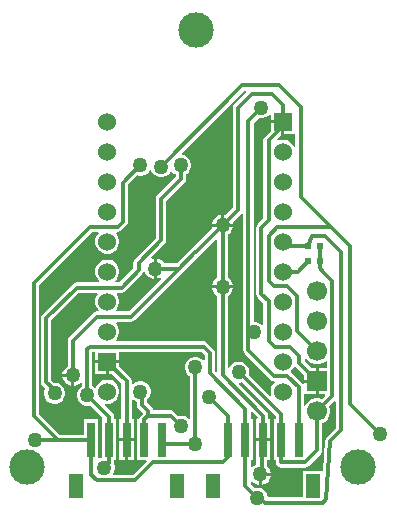
<source format=gtl>
G04*
G04 #@! TF.GenerationSoftware,Altium Limited,Altium Designer,21.6.4 (81)*
G04*
G04 Layer_Physical_Order=1*
G04 Layer_Color=255*
%FSLAX44Y44*%
%MOMM*%
G71*
G04*
G04 #@! TF.SameCoordinates,DF212875-D8BF-4E07-B13E-23ADC2DC1FEB*
G04*
G04*
G04 #@! TF.FilePolarity,Positive*
G04*
G01*
G75*
%ADD14C,0.2540*%
%ADD15R,0.5000X0.6000*%
%ADD17R,0.7112X2.9972*%
%ADD23R,1.1938X2.0066*%
%ADD24C,0.3556*%
%ADD25C,1.5240*%
%ADD26R,1.5240X1.5240*%
%ADD27C,1.7000*%
%ADD28R,1.7000X1.7000*%
%ADD29C,3.0000*%
%ADD30C,1.2700*%
G36*
X866140Y1448164D02*
Y1443990D01*
X876300D01*
Y1442720D01*
X877570D01*
Y1432560D01*
X886460D01*
X887137Y1431571D01*
Y1421036D01*
X885867Y1420869D01*
X885768Y1421242D01*
X884430Y1423558D01*
X882538Y1425450D01*
X880222Y1426788D01*
X877638Y1427480D01*
X874962D01*
X872378Y1426788D01*
X872169Y1426667D01*
X871389Y1427683D01*
X875030Y1431324D01*
Y1441450D01*
X866140D01*
Y1434886D01*
X861249Y1429995D01*
X860294Y1428567D01*
X859959Y1426882D01*
Y1360978D01*
X855153Y1356171D01*
X854199Y1354743D01*
X853863Y1353058D01*
Y1296924D01*
X854199Y1295239D01*
X855153Y1293811D01*
X859959Y1289004D01*
Y1270991D01*
X858689Y1270465D01*
X857756Y1271399D01*
X855728Y1272569D01*
X853467Y1273175D01*
X851628D01*
Y1441794D01*
X855918Y1446084D01*
X857096Y1445768D01*
X859436D01*
X861697Y1446374D01*
X863725Y1447544D01*
X864870Y1448690D01*
X866140Y1448164D01*
D02*
G37*
G36*
X764994Y1401755D02*
X765146Y1401189D01*
X766316Y1399161D01*
X767971Y1397506D01*
X769999Y1396336D01*
X772260Y1395730D01*
X774600D01*
X776861Y1396336D01*
X778889Y1397506D01*
X780544Y1399161D01*
X781329Y1400522D01*
X782795D01*
X782877Y1400381D01*
X784532Y1398726D01*
X785588Y1398116D01*
Y1395608D01*
X770317Y1380337D01*
X769362Y1378909D01*
X769027Y1377224D01*
Y1344214D01*
X751267Y1326453D01*
X750312Y1325025D01*
X749977Y1323340D01*
Y1318560D01*
X738078Y1306661D01*
X734861D01*
X734379Y1307931D01*
X735930Y1309482D01*
X737268Y1311798D01*
X737960Y1314382D01*
Y1317058D01*
X737268Y1319642D01*
X735930Y1321958D01*
X734038Y1323850D01*
X731721Y1325188D01*
X729137Y1325880D01*
X726462D01*
X723878Y1325188D01*
X721562Y1323850D01*
X719670Y1321958D01*
X718332Y1319642D01*
X717640Y1317058D01*
Y1314382D01*
X718332Y1311798D01*
X719670Y1309482D01*
X721221Y1307931D01*
X720739Y1306661D01*
X701802D01*
X700117Y1306326D01*
X698689Y1305371D01*
X673035Y1279717D01*
X672081Y1278289D01*
X671745Y1276604D01*
Y1222262D01*
X672081Y1220577D01*
X673035Y1219148D01*
X675315Y1216869D01*
X674976Y1216281D01*
X674370Y1214020D01*
Y1211680D01*
X674976Y1209419D01*
X676146Y1207391D01*
X677801Y1205736D01*
X679829Y1204566D01*
X682090Y1203960D01*
X684430D01*
X686691Y1204566D01*
X688719Y1205736D01*
X690374Y1207391D01*
X691544Y1209419D01*
X692150Y1211680D01*
Y1214020D01*
X691544Y1216281D01*
X690374Y1218309D01*
X688719Y1219964D01*
X686691Y1221134D01*
X684430Y1221740D01*
X682896D01*
X680551Y1224085D01*
Y1274780D01*
X703626Y1297855D01*
X719308D01*
X719794Y1296682D01*
X719670Y1296558D01*
X718332Y1294242D01*
X717640Y1291658D01*
Y1288982D01*
X718332Y1286398D01*
X719670Y1284082D01*
X720459Y1283293D01*
X719933Y1282023D01*
X719074D01*
X717389Y1281687D01*
X715961Y1280733D01*
X695641Y1260413D01*
X694687Y1258985D01*
X694351Y1257300D01*
Y1235726D01*
X693295Y1235116D01*
X691640Y1233461D01*
X690470Y1231434D01*
X689891Y1229273D01*
X698754D01*
Y1228003D01*
X700024D01*
Y1219139D01*
X702185Y1219718D01*
X704213Y1220889D01*
X705227Y1221903D01*
X706497Y1221377D01*
Y1218969D01*
X705441Y1218360D01*
X703785Y1216704D01*
X702615Y1214677D01*
X702009Y1212416D01*
Y1210075D01*
X702615Y1207814D01*
X703785Y1205787D01*
X705441Y1204132D01*
X707468Y1202962D01*
X709729Y1202356D01*
X712070D01*
X713248Y1202671D01*
X723643Y1192276D01*
X723124Y1191006D01*
X723124D01*
Y1158191D01*
X721993Y1157888D01*
X721416Y1157555D01*
X720316Y1158190D01*
Y1191006D01*
X708124D01*
Y1177629D01*
X687640D01*
X669883Y1195608D01*
Y1304498D01*
X714802Y1349417D01*
X719933D01*
X720459Y1348147D01*
X719670Y1347358D01*
X718332Y1345042D01*
X717640Y1342458D01*
Y1339782D01*
X718332Y1337198D01*
X719670Y1334882D01*
X721562Y1332990D01*
X723878Y1331652D01*
X726462Y1330960D01*
X729137D01*
X731721Y1331652D01*
X734038Y1332990D01*
X735930Y1334882D01*
X737268Y1337198D01*
X737960Y1339782D01*
Y1342458D01*
X737268Y1345042D01*
X735930Y1347358D01*
X735141Y1348147D01*
X735667Y1349417D01*
X736600D01*
X738285Y1349753D01*
X739713Y1350707D01*
X744031Y1355025D01*
X744986Y1356453D01*
X745321Y1358138D01*
Y1389334D01*
X753302Y1397316D01*
X754480Y1397000D01*
X756820D01*
X759081Y1397606D01*
X761109Y1398776D01*
X762764Y1400431D01*
X763631Y1401934D01*
X764994Y1401755D01*
D02*
G37*
G36*
X845956Y1467878D02*
X835341Y1457263D01*
X834387Y1455835D01*
X834051Y1454150D01*
Y1369868D01*
X827848Y1363664D01*
X826770Y1363953D01*
Y1356360D01*
X834363D01*
X834074Y1357438D01*
X841553Y1364917D01*
X841613Y1364916D01*
X842823Y1364525D01*
Y1269356D01*
Y1249290D01*
X843158Y1247606D01*
X844112Y1246177D01*
X865821Y1224469D01*
X867249Y1223514D01*
X868934Y1223179D01*
X869239D01*
X869721Y1221909D01*
X868170Y1220358D01*
X866832Y1218042D01*
X866140Y1215458D01*
Y1212782D01*
X866526Y1211342D01*
X865387Y1210685D01*
X847790Y1228282D01*
X848106Y1229460D01*
Y1231800D01*
X847500Y1234061D01*
X846330Y1236089D01*
X844675Y1237744D01*
X842647Y1238914D01*
X840386Y1239520D01*
X838046D01*
X835785Y1238914D01*
X833757Y1237744D01*
X832102Y1236089D01*
X831173Y1234478D01*
X829903Y1234819D01*
Y1295296D01*
X830959Y1295906D01*
X832614Y1297561D01*
X833784Y1299589D01*
X834363Y1301750D01*
X816637D01*
X817216Y1299589D01*
X818386Y1297561D01*
X820041Y1295906D01*
X821097Y1295296D01*
Y1231273D01*
X819924Y1230787D01*
X819021Y1231691D01*
Y1246991D01*
X818686Y1248676D01*
X817731Y1250104D01*
X812502Y1255333D01*
X811074Y1256288D01*
X809389Y1256623D01*
X735667D01*
X735141Y1257893D01*
X735930Y1258682D01*
X737268Y1260998D01*
X737960Y1263582D01*
Y1266258D01*
X737268Y1268842D01*
X735930Y1271158D01*
X735141Y1271947D01*
X735667Y1273217D01*
X748030D01*
X749715Y1273552D01*
X751143Y1274507D01*
X791712Y1315076D01*
X791997Y1315502D01*
X805328Y1328833D01*
X805753Y1329117D01*
X819924Y1343288D01*
X821097Y1342802D01*
Y1310744D01*
X820041Y1310134D01*
X818386Y1308479D01*
X817216Y1306451D01*
X816637Y1304290D01*
X834363D01*
X833784Y1306451D01*
X832614Y1308479D01*
X830959Y1310134D01*
X829903Y1310744D01*
Y1347366D01*
X830959Y1347976D01*
X832614Y1349631D01*
X833784Y1351659D01*
X834363Y1353820D01*
X816637D01*
X816926Y1352742D01*
X799811Y1335627D01*
X799386Y1335343D01*
X786705Y1322663D01*
X776074D01*
X775464Y1323719D01*
X773809Y1325374D01*
X771781Y1326544D01*
X769620Y1327123D01*
Y1318260D01*
Y1309397D01*
X771781Y1309976D01*
X773159Y1310771D01*
X773939Y1309755D01*
X746206Y1282023D01*
X735667D01*
X735141Y1283293D01*
X735930Y1284082D01*
X737268Y1286398D01*
X737960Y1288982D01*
Y1291658D01*
X737268Y1294242D01*
X735930Y1296558D01*
X735806Y1296682D01*
X736292Y1297855D01*
X739902D01*
X741587Y1298190D01*
X743015Y1299145D01*
X757493Y1313623D01*
X758447Y1315051D01*
X758551Y1315574D01*
X759855Y1315616D01*
X760066Y1314829D01*
X761236Y1312801D01*
X762891Y1311146D01*
X764919Y1309976D01*
X767080Y1309397D01*
Y1318260D01*
Y1327123D01*
X765858Y1326796D01*
X765201Y1327935D01*
X776543Y1339277D01*
X777497Y1340705D01*
X777833Y1342390D01*
Y1375401D01*
X793103Y1390672D01*
X794058Y1392100D01*
X794393Y1393785D01*
X794393Y1393785D01*
Y1398116D01*
X795449Y1398726D01*
X797104Y1400381D01*
X798275Y1402408D01*
X798880Y1404669D01*
Y1407010D01*
X798275Y1409271D01*
X797104Y1411298D01*
X795449Y1412953D01*
X793422Y1414124D01*
X791477Y1414645D01*
X790917Y1415881D01*
X844088Y1469051D01*
X845470D01*
X845956Y1467878D01*
D02*
G37*
G36*
X810216Y1245167D02*
Y1241233D01*
X808945Y1240707D01*
X807845Y1241808D01*
X805817Y1242978D01*
X803556Y1243584D01*
X801216D01*
X798955Y1242978D01*
X796927Y1241808D01*
X795272Y1240153D01*
X794102Y1238125D01*
X793496Y1235864D01*
Y1233524D01*
X794102Y1231263D01*
X795272Y1229235D01*
X796927Y1227580D01*
X797983Y1226971D01*
Y1191743D01*
X796713Y1191217D01*
X795907Y1192024D01*
X793879Y1193194D01*
X791618Y1193800D01*
X789278D01*
X788100Y1193484D01*
X784671Y1196913D01*
X783243Y1197868D01*
X781558Y1198203D01*
X766715D01*
X766463Y1199473D01*
X765508Y1200901D01*
X761802Y1204608D01*
Y1207700D01*
X762764Y1208661D01*
X763934Y1210689D01*
X764540Y1212950D01*
Y1215290D01*
X763934Y1217551D01*
X762764Y1219579D01*
X761109Y1221234D01*
X759081Y1222404D01*
X756820Y1223010D01*
X754480D01*
X752219Y1222404D01*
X750191Y1221234D01*
X749796Y1220838D01*
X748623Y1221324D01*
Y1223100D01*
X748288Y1224785D01*
X747333Y1226213D01*
X747333Y1226213D01*
X737960Y1235586D01*
Y1238250D01*
X729070D01*
Y1229360D01*
X731734D01*
X739817Y1221276D01*
Y1191006D01*
X738124D01*
Y1174750D01*
X744220D01*
X750316D01*
Y1191006D01*
X748623D01*
Y1206916D01*
X749796Y1207402D01*
X750191Y1207006D01*
X752219Y1205836D01*
X752997Y1205627D01*
Y1202784D01*
X753332Y1201099D01*
X754286Y1199671D01*
X757993Y1195965D01*
Y1195624D01*
X756107Y1193738D01*
X755153Y1192310D01*
X754893Y1191006D01*
X753124D01*
Y1155954D01*
X760687D01*
X761173Y1154781D01*
X749731Y1143339D01*
X733414D01*
X732805Y1144609D01*
X733708Y1146173D01*
X734314Y1148434D01*
Y1150774D01*
X733708Y1153035D01*
X733590Y1153239D01*
X733622Y1153400D01*
Y1155954D01*
X735316D01*
Y1191006D01*
X733622D01*
Y1192925D01*
X733287Y1194610D01*
X732333Y1196038D01*
X725456Y1202915D01*
X726114Y1204053D01*
X726462Y1203960D01*
X729137D01*
X731721Y1204652D01*
X734038Y1205990D01*
X735930Y1207882D01*
X737268Y1210198D01*
X737960Y1212782D01*
Y1215458D01*
X737268Y1218042D01*
X735930Y1220358D01*
X734038Y1222250D01*
X731721Y1223588D01*
X729137Y1224280D01*
X726462D01*
X723878Y1223588D01*
X721562Y1222250D01*
X719670Y1220358D01*
X718383Y1218130D01*
X718149Y1217918D01*
X717084Y1217633D01*
X716358Y1218360D01*
X715302Y1218969D01*
Y1247817D01*
X717640D01*
Y1240790D01*
X727800D01*
X737960D01*
Y1247817D01*
X807565D01*
X810216Y1245167D01*
D02*
G37*
G36*
X896676Y1241631D02*
X898731Y1239576D01*
X901249Y1238122D01*
X904057Y1237370D01*
X906963D01*
X909771Y1238122D01*
X912289Y1239576D01*
X912888Y1240175D01*
X914061Y1239689D01*
Y1234050D01*
X906780D01*
Y1223010D01*
Y1211970D01*
X911984D01*
X912470Y1210797D01*
X909614Y1207940D01*
X906963Y1208650D01*
X904057D01*
X901249Y1207898D01*
X898731Y1206444D01*
X896676Y1204389D01*
X895463Y1202288D01*
X894193Y1202628D01*
Y1210815D01*
X894470Y1211970D01*
X904240D01*
Y1221740D01*
X894470D01*
Y1220702D01*
X893200Y1220317D01*
X892904Y1220761D01*
X883260Y1230404D01*
X882984Y1230781D01*
X883210Y1232062D01*
X884430Y1233282D01*
X885600Y1235308D01*
X886561Y1235499D01*
X887040Y1235439D01*
X887411Y1234883D01*
X894470Y1227824D01*
Y1224280D01*
X904240D01*
Y1234050D01*
X900696D01*
X894927Y1239820D01*
Y1242121D01*
X896197Y1242461D01*
X896676Y1241631D01*
D02*
G37*
G36*
X870388Y1193232D02*
Y1191006D01*
X868694D01*
Y1155954D01*
X870388D01*
Y1154176D01*
X870723Y1152491D01*
X871677Y1151063D01*
X873105Y1150108D01*
X874790Y1149773D01*
X895350D01*
X897035Y1150108D01*
X898463Y1151063D01*
X908623Y1161223D01*
X909577Y1162651D01*
X909913Y1164336D01*
Y1187404D01*
X912289Y1188776D01*
X914344Y1190831D01*
X915798Y1193349D01*
X916550Y1196157D01*
Y1199063D01*
X915840Y1201714D01*
X920254Y1206128D01*
X921427Y1205642D01*
Y1183432D01*
X913573Y1175577D01*
X913188Y1175002D01*
X912760Y1174457D01*
X912714Y1174292D01*
X912618Y1174149D01*
X912484Y1173470D01*
X912297Y1172803D01*
X910305Y1147033D01*
X893781D01*
Y1124512D01*
X863600D01*
Y1125120D01*
X862994Y1127381D01*
X861824Y1129409D01*
X860169Y1131064D01*
X858141Y1132234D01*
X855880Y1132840D01*
X853540D01*
X852362Y1132524D01*
X849193Y1135693D01*
Y1138023D01*
X850463Y1138485D01*
X851791Y1137156D01*
X853819Y1135986D01*
X855980Y1135407D01*
Y1144270D01*
X857250D01*
Y1145540D01*
X866113D01*
X865534Y1147701D01*
X864364Y1149729D01*
X862923Y1151170D01*
Y1155954D01*
X865886D01*
Y1172210D01*
X859790D01*
X853694D01*
Y1155954D01*
X854117D01*
Y1152634D01*
X853819Y1152554D01*
X851791Y1151384D01*
X850463Y1150055D01*
X849193Y1150517D01*
Y1155954D01*
X850886D01*
Y1191006D01*
X849193D01*
Y1196512D01*
X850366Y1196998D01*
X855088Y1192276D01*
X854664Y1191006D01*
X853694D01*
Y1174750D01*
X859790D01*
X865886D01*
Y1191006D01*
X864193D01*
Y1193800D01*
X863857Y1195485D01*
X862903Y1196913D01*
X839249Y1220567D01*
X839736Y1221740D01*
X840386D01*
X841564Y1222056D01*
X870388Y1193232D01*
D02*
G37*
%LPC*%
G36*
X697484Y1226733D02*
X689891D01*
X690470Y1224571D01*
X691640Y1222544D01*
X693295Y1220889D01*
X695323Y1219718D01*
X697484Y1219139D01*
Y1226733D01*
D02*
G37*
G36*
X824230Y1363953D02*
X822069Y1363374D01*
X820041Y1362204D01*
X818386Y1360549D01*
X817216Y1358521D01*
X816637Y1356360D01*
X824230D01*
Y1363953D01*
D02*
G37*
G36*
X726530Y1238250D02*
X717640D01*
Y1229360D01*
X726530D01*
Y1238250D01*
D02*
G37*
G36*
X750316Y1172210D02*
X745490D01*
Y1155954D01*
X750316D01*
Y1172210D01*
D02*
G37*
G36*
X742950D02*
X738124D01*
Y1155954D01*
X742950D01*
Y1172210D01*
D02*
G37*
G36*
X866113Y1143000D02*
X858520D01*
Y1135407D01*
X860681Y1135986D01*
X862709Y1137156D01*
X864364Y1138811D01*
X865534Y1140839D01*
X866113Y1143000D01*
D02*
G37*
%LPD*%
D14*
X874350Y1440770D02*
X874985Y1440135D01*
X872400Y1442720D02*
X874350Y1440770D01*
X874985Y1440135D02*
X876300Y1438820D01*
D15*
X907890Y1337310D02*
D03*
X897890D02*
D03*
X897970Y1324610D02*
D03*
X907970D02*
D03*
D17*
X829790Y1173480D02*
D03*
X844790D02*
D03*
X859790D02*
D03*
X874790D02*
D03*
X889790D02*
D03*
X774220D02*
D03*
X759220D02*
D03*
X744220D02*
D03*
X729220D02*
D03*
X714220D02*
D03*
D23*
X817290Y1134460D02*
D03*
X902290D02*
D03*
X786720D02*
D03*
X701720D02*
D03*
D24*
X685800Y1173226D02*
X714220D01*
X889080Y1315720D02*
X897970Y1324610D01*
X910844Y1315720D02*
X918464Y1308100D01*
X907928Y1324568D02*
X907970Y1324610D01*
X907928Y1318636D02*
X910844Y1315720D01*
X910844D01*
X907928Y1318636D02*
Y1324568D01*
X907890Y1324610D02*
Y1337310D01*
X871546Y1353384D02*
X917376D01*
X901065Y1346200D02*
X911860D01*
X891540Y1379220D02*
X917540Y1353220D01*
X911860Y1346200D02*
X925830Y1332230D01*
X897890Y1337310D02*
X901065Y1346200D01*
X864362D02*
X871546Y1353384D01*
X891540Y1379220D02*
Y1455420D01*
X879462Y1341120D02*
X883272Y1337310D01*
X897890D01*
X860383Y1120751D02*
X860923D01*
X861565Y1120109D01*
X912856Y1122917D02*
X916686Y1172464D01*
X925830Y1181608D01*
X861565Y1120109D02*
X910048D01*
X925830Y1181608D02*
Y1332230D01*
X854710Y1123950D02*
X857184D01*
X860383Y1120751D01*
X910048Y1120109D02*
X912856Y1122917D01*
X718710Y1138936D02*
X751554D01*
X766794Y1154176D01*
X825500D01*
X917376Y1353384D02*
X933450Y1337310D01*
Y1203960D02*
Y1337310D01*
X873506Y1473454D02*
X891540Y1455420D01*
X842264Y1473454D02*
X873506D01*
X867156Y1466342D02*
X876300Y1457198D01*
Y1442720D02*
Y1457198D01*
X850646Y1466342D02*
X867156D01*
X876300Y1438820D02*
Y1442720D01*
X773430Y1404620D02*
X842264Y1473454D01*
X773430Y1377224D02*
X789990Y1393785D01*
Y1405840D01*
X710899Y1211246D02*
X729220Y1192925D01*
X712982Y1252220D02*
X809389D01*
X710899Y1211246D02*
Y1250137D01*
X712982Y1252220D01*
X698754Y1228003D02*
Y1257300D01*
X676148Y1222262D02*
Y1276604D01*
Y1222262D02*
X683260Y1215150D01*
Y1212850D02*
Y1215150D01*
X676148Y1276604D02*
X701802Y1302258D01*
X698754Y1257300D02*
X719074Y1277620D01*
X757400Y1202784D02*
X762395Y1197788D01*
Y1193800D02*
Y1197788D01*
X755650Y1214120D02*
X757400Y1212370D01*
Y1202784D02*
Y1212370D01*
X744220Y1173480D02*
Y1223100D01*
X727800Y1239520D02*
X744220Y1223100D01*
X748030Y1277620D02*
X788599Y1318189D01*
X719074Y1277620D02*
X748030D01*
X754380Y1316736D02*
Y1323340D01*
X739902Y1302258D02*
X754380Y1316736D01*
Y1323340D02*
X773430Y1342390D01*
X788529Y1318260D02*
X802499Y1332230D01*
X768350Y1318260D02*
X788529D01*
X802640Y1332230D02*
X825500Y1355090D01*
X773430Y1342390D02*
Y1377224D01*
X740918Y1391158D02*
X755650Y1405890D01*
X740918Y1358138D02*
Y1391158D01*
X847226Y1443618D02*
X858266Y1454658D01*
X847226Y1269356D02*
Y1443618D01*
X876300Y1341120D02*
X879462D01*
X933450Y1203960D02*
X958850Y1178560D01*
X905510Y1197610D02*
X918464Y1210564D01*
Y1308100D01*
X864362D02*
Y1346200D01*
X844790Y1133870D02*
X854710Y1123950D01*
X858520Y1145540D02*
Y1172210D01*
X859790Y1173480D01*
X857250Y1144270D02*
X858520Y1145540D01*
X859790Y1173480D02*
Y1193800D01*
X844790Y1133870D02*
Y1173480D01*
X825500Y1303020D02*
Y1355090D01*
Y1228090D02*
Y1303020D01*
X714220Y1143426D02*
Y1173226D01*
X666750D02*
X685800D01*
X847226Y1249290D02*
Y1269356D01*
X774220Y1170178D02*
X802386D01*
X805434D01*
X665480Y1193800D02*
X685800Y1173226D01*
X665480Y1193800D02*
Y1306322D01*
X712978Y1353820D01*
X736600D01*
X740918Y1358138D01*
X829790Y1173480D02*
Y1193574D01*
X814070Y1209294D02*
X829790Y1193574D01*
Y1158466D02*
Y1173480D01*
X825500Y1154176D02*
X829790Y1158466D01*
X714220Y1143426D02*
X718710Y1138936D01*
X701802Y1302258D02*
X739902D01*
X725424Y1149604D02*
X729220Y1153400D01*
Y1173480D01*
X874790Y1154176D02*
Y1173480D01*
Y1154176D02*
X895350D01*
X905510Y1164336D01*
Y1197610D01*
X781558Y1193800D02*
X790448Y1184910D01*
X762395Y1193800D02*
X781558D01*
X759220Y1190625D02*
X762395Y1193800D01*
X759220Y1173480D02*
Y1190625D01*
X802386Y1170178D02*
Y1234694D01*
X847226Y1249290D02*
X868934Y1227582D01*
X879856D01*
X889790Y1217648D01*
Y1173480D02*
Y1217648D01*
X774220Y1170178D02*
Y1173480D01*
X714220Y1173226D02*
Y1173480D01*
X847226Y1269356D02*
X852297Y1264285D01*
X729220Y1173480D02*
Y1192925D01*
X809389Y1252220D02*
X814618Y1246991D01*
Y1229867D02*
Y1246991D01*
Y1229867D02*
X844790Y1199695D01*
Y1173480D02*
Y1199695D01*
X890524Y1237996D02*
X905510Y1223010D01*
X890524Y1237996D02*
Y1244600D01*
X882904Y1252220D02*
X890524Y1244600D01*
X869442Y1252220D02*
X882904D01*
X864362Y1257300D02*
X869442Y1252220D01*
X864362Y1257300D02*
Y1290828D01*
X858266Y1296924D02*
X864362Y1290828D01*
X858266Y1296924D02*
Y1353058D01*
X864362Y1359154D01*
Y1426882D01*
X876300Y1438820D01*
X864362Y1308100D02*
X868680Y1303782D01*
X879856D01*
X888238Y1295400D01*
Y1265682D02*
Y1295400D01*
Y1265682D02*
X905510Y1248410D01*
X874790Y1173480D02*
Y1195056D01*
X839216Y1230630D02*
X874790Y1195056D01*
X825500Y1228090D02*
X859790Y1193800D01*
X825500Y1355090D02*
X838454Y1368044D01*
Y1454150D01*
X850646Y1466342D01*
X872400Y1442720D02*
X876300D01*
Y1315720D02*
X889080D01*
D25*
X727800Y1214120D02*
D03*
Y1264920D02*
D03*
Y1290320D02*
D03*
Y1315720D02*
D03*
X876300Y1417320D02*
D03*
Y1391920D02*
D03*
Y1366520D02*
D03*
Y1341120D02*
D03*
Y1315720D02*
D03*
Y1290320D02*
D03*
Y1264920D02*
D03*
Y1239520D02*
D03*
Y1214120D02*
D03*
X727800Y1442720D02*
D03*
Y1417320D02*
D03*
Y1391920D02*
D03*
Y1366520D02*
D03*
Y1341120D02*
D03*
D26*
Y1239520D02*
D03*
X876300Y1442720D02*
D03*
D27*
X905510Y1299210D02*
D03*
Y1273810D02*
D03*
Y1248410D02*
D03*
Y1197610D02*
D03*
D28*
Y1223010D02*
D03*
D29*
X940000Y1150000D02*
D03*
X802640Y1520190D02*
D03*
X660000Y1150000D02*
D03*
D30*
X773430Y1404620D02*
D03*
X789990Y1405840D02*
D03*
X698754Y1228003D02*
D03*
X710899Y1211246D02*
D03*
X683260Y1212850D02*
D03*
X755650Y1214120D02*
D03*
X768350Y1318260D02*
D03*
X755650Y1405890D02*
D03*
X857250Y1144270D02*
D03*
X854710Y1123950D02*
D03*
X814070Y1209294D02*
D03*
X725424Y1149604D02*
D03*
X790448Y1184910D02*
D03*
X802386Y1234694D02*
D03*
Y1170178D02*
D03*
X858266Y1454658D02*
D03*
X666750Y1173226D02*
D03*
X958850Y1178560D02*
D03*
X852297Y1264285D02*
D03*
X825500Y1355090D02*
D03*
Y1303020D02*
D03*
X839216Y1230630D02*
D03*
M02*

</source>
